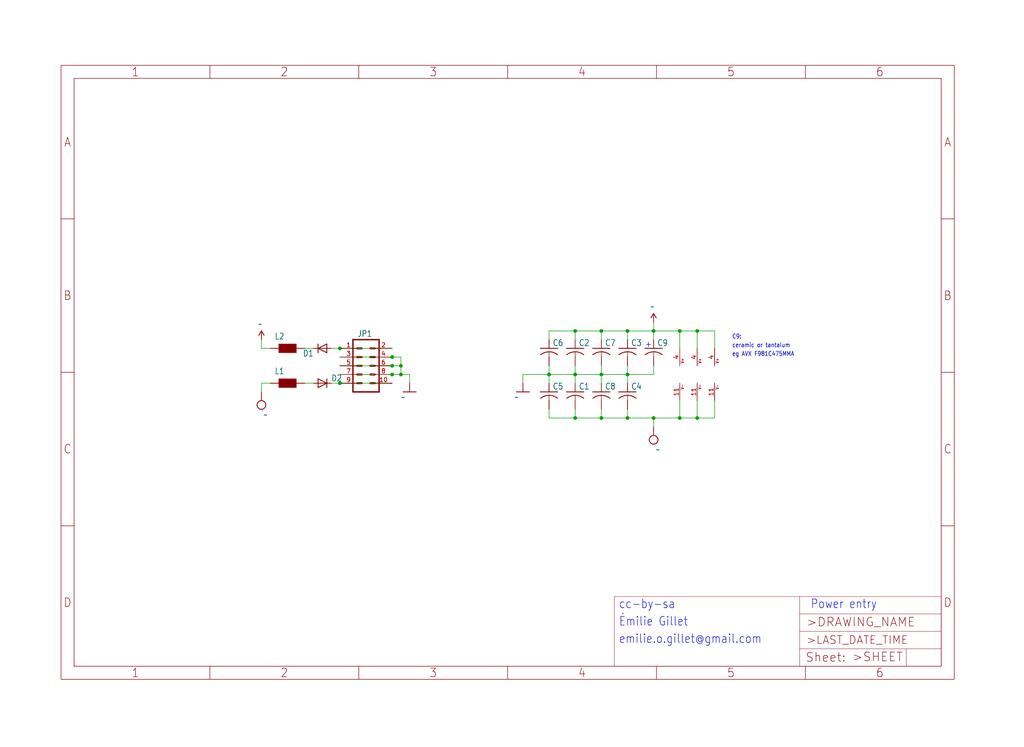
<source format=kicad_sch>
(kicad_sch (version 20211123) (generator eeschema)
  (paper "User" 298.45 217.881)
  (lib_symbols
    (symbol "kinks_v41-eagle-import:A4L-LOC"
      (symbol "A4L-LOC_0_0"
        (polyline (pts (xy 0 44.7675) (xy 3.81 44.7675)))
        (polyline (pts (xy 0 89.535) (xy 3.81 89.535)))
        (polyline (pts (xy 0 134.3025) (xy 3.81 134.3025)))
        (polyline (pts (xy 3.81 3.81) (xy 3.81 175.26)))
        (polyline (pts (xy 43.3917 0) (xy 43.3917 3.81)))
        (polyline (pts (xy 43.3917 175.26) (xy 43.3917 179.07)))
        (polyline (pts (xy 86.7833 0) (xy 86.7833 3.81)))
        (polyline (pts (xy 86.7833 175.26) (xy 86.7833 179.07)))
        (polyline (pts (xy 130.175 0) (xy 130.175 3.81)))
        (polyline (pts (xy 130.175 175.26) (xy 130.175 179.07)))
        (polyline (pts (xy 173.5667 0) (xy 173.5667 3.81)))
        (polyline (pts (xy 173.5667 175.26) (xy 173.5667 179.07)))
        (polyline (pts (xy 216.9583 0) (xy 216.9583 3.81)))
        (polyline (pts (xy 216.9583 175.26) (xy 216.9583 179.07)))
        (polyline (pts (xy 256.54 3.81) (xy 3.81 3.81)))
        (polyline (pts (xy 256.54 3.81) (xy 256.54 175.26)))
        (polyline (pts (xy 256.54 44.7675) (xy 260.35 44.7675)))
        (polyline (pts (xy 256.54 89.535) (xy 260.35 89.535)))
        (polyline (pts (xy 256.54 134.3025) (xy 260.35 134.3025)))
        (polyline (pts (xy 256.54 175.26) (xy 3.81 175.26)))
        (polyline (pts (xy 0 0) (xy 260.35 0) (xy 260.35 179.07) (xy 0 179.07) (xy 0 0)))
        (text "1" (at 21.6958 1.905 0) (effects (font (size 2.54 2.286))))
        (text "1" (at 21.6958 177.165 0) (effects (font (size 2.54 2.286))))
        (text "2" (at 65.0875 1.905 0) (effects (font (size 2.54 2.286))))
        (text "2" (at 65.0875 177.165 0) (effects (font (size 2.54 2.286))))
        (text "3" (at 108.4792 1.905 0) (effects (font (size 2.54 2.286))))
        (text "3" (at 108.4792 177.165 0) (effects (font (size 2.54 2.286))))
        (text "4" (at 151.8708 1.905 0) (effects (font (size 2.54 2.286))))
        (text "4" (at 151.8708 177.165 0) (effects (font (size 2.54 2.286))))
        (text "5" (at 195.2625 1.905 0) (effects (font (size 2.54 2.286))))
        (text "5" (at 195.2625 177.165 0) (effects (font (size 2.54 2.286))))
        (text "6" (at 238.6542 1.905 0) (effects (font (size 2.54 2.286))))
        (text "6" (at 238.6542 177.165 0) (effects (font (size 2.54 2.286))))
        (text "A" (at 1.905 156.6863 0) (effects (font (size 2.54 2.286))))
        (text "A" (at 258.445 156.6863 0) (effects (font (size 2.54 2.286))))
        (text "B" (at 1.905 111.9188 0) (effects (font (size 2.54 2.286))))
        (text "B" (at 258.445 111.9188 0) (effects (font (size 2.54 2.286))))
        (text "C" (at 1.905 67.1513 0) (effects (font (size 2.54 2.286))))
        (text "C" (at 258.445 67.1513 0) (effects (font (size 2.54 2.286))))
        (text "D" (at 1.905 22.3838 0) (effects (font (size 2.54 2.286))))
        (text "D" (at 258.445 22.3838 0) (effects (font (size 2.54 2.286))))
      )
      (symbol "A4L-LOC_1_0"
        (polyline (pts (xy 161.29 3.81) (xy 161.29 24.13)) (stroke (width 0.1016)))
        (polyline (pts (xy 161.29 24.13) (xy 215.265 24.13)) (stroke (width 0.1016)))
        (polyline (pts (xy 215.265 8.89) (xy 215.265 3.81)) (stroke (width 0.1016)))
        (polyline (pts (xy 215.265 8.89) (xy 215.265 13.97)) (stroke (width 0.1016)))
        (polyline (pts (xy 215.265 13.97) (xy 215.265 19.05)) (stroke (width 0.1016)))
        (polyline (pts (xy 215.265 13.97) (xy 256.54 13.97)) (stroke (width 0.1016)))
        (polyline (pts (xy 215.265 19.05) (xy 215.265 24.13)) (stroke (width 0.1016)))
        (polyline (pts (xy 215.265 19.05) (xy 256.54 19.05)) (stroke (width 0.1016)))
        (polyline (pts (xy 215.265 24.13) (xy 256.54 24.13)) (stroke (width 0.1016)))
        (polyline (pts (xy 246.38 3.81) (xy 246.38 8.89)) (stroke (width 0.1016)))
        (polyline (pts (xy 246.38 8.89) (xy 215.265 8.89)) (stroke (width 0.1016)))
        (polyline (pts (xy 246.38 8.89) (xy 256.54 8.89)) (stroke (width 0.1016)))
        (polyline (pts (xy 256.54 3.81) (xy 256.54 8.89)) (stroke (width 0.1016)))
        (polyline (pts (xy 256.54 8.89) (xy 256.54 13.97)) (stroke (width 0.1016)))
        (polyline (pts (xy 256.54 13.97) (xy 256.54 19.05)) (stroke (width 0.1016)))
        (polyline (pts (xy 256.54 19.05) (xy 256.54 24.13)) (stroke (width 0.1016)))
        (text ">DRAWING_NAME" (at 217.17 15.24 0) (effects (font (size 2.54 2.54)) (justify left bottom)))
        (text ">LAST_DATE_TIME" (at 217.17 10.16 0) (effects (font (size 2.286 2.286)) (justify left bottom)))
        (text ">SHEET" (at 230.505 5.08 0) (effects (font (size 2.54 2.54)) (justify left bottom)))
        (text "Sheet:" (at 216.916 4.953 0) (effects (font (size 2.54 2.54)) (justify left bottom)))
      )
    )
    (symbol "kinks_v41-eagle-import:C-USC0402"
      (property "Reference" "C" (at 1.016 0.635 0))
      (property "Value" "C-USC0402" (at 1.016 -4.191 0))
      (symbol "C-USC0402_1_0"
        (arc (start 0 -1.0161) (mid -1.302 -1.2303) (end -2.4668 -1.8504) (stroke (width 0.254)))
        (polyline (pts (xy -2.54 0) (xy 2.54 0)) (stroke (width 0.254)))
        (polyline (pts (xy 0 -1.016) (xy 0 -2.54)) (stroke (width 0.1524)))
        (arc (start 2.4892 -1.8542) (mid 1.3158 -1.2195) (end 0 -1) (stroke (width 0.254)))
        (pin passive line (at 0 2.54 270) (length 2.54) (name "1") (number "1"))
        (pin passive line (at 0 -5.08 90) (length 2.54) (name "2") (number "2"))
      )
    )
    (symbol "kinks_v41-eagle-import:C-USC0603"
      (property "Reference" "C" (at 1.016 0.635 0))
      (property "Value" "C-USC0603" (at 1.016 -4.191 0))
      (symbol "C-USC0603_1_0"
        (arc (start 0 -1.0161) (mid -1.302 -1.2303) (end -2.4668 -1.8504) (stroke (width 0.254)))
        (polyline (pts (xy -2.54 0) (xy 2.54 0)) (stroke (width 0.254)))
        (polyline (pts (xy 0 -1.016) (xy 0 -2.54)) (stroke (width 0.1524)))
        (arc (start 2.4892 -1.8542) (mid 1.3158 -1.2195) (end 0 -1) (stroke (width 0.254)))
        (pin passive line (at 0 2.54 270) (length 2.54) (name "1") (number "1"))
        (pin passive line (at 0 -5.08 90) (length 2.54) (name "2") (number "2"))
      )
    )
    (symbol "kinks_v41-eagle-import:C-USC0805"
      (property "Reference" "C" (at 1.016 0.635 0))
      (property "Value" "C-USC0805" (at 1.016 -4.191 0))
      (symbol "C-USC0805_1_0"
        (arc (start 0 -1.0161) (mid -1.302 -1.2303) (end -2.4668 -1.8504) (stroke (width 0.254)))
        (polyline (pts (xy -2.54 0) (xy 2.54 0)) (stroke (width 0.254)))
        (polyline (pts (xy 0 -1.016) (xy 0 -2.54)) (stroke (width 0.1524)))
        (arc (start 2.4892 -1.8542) (mid 1.3158 -1.2195) (end 0 -1) (stroke (width 0.254)))
        (pin passive line (at 0 2.54 270) (length 2.54) (name "1") (number "1"))
        (pin passive line (at 0 -5.08 90) (length 2.54) (name "2") (number "2"))
      )
    )
    (symbol "kinks_v41-eagle-import:DIODE-SOD523"
      (property "Reference" "D" (at 2.54 0.4826 0))
      (property "Value" "DIODE-SOD523" (at 2.54 -2.3114 0))
      (symbol "DIODE-SOD523_1_0"
        (polyline (pts (xy -1.27 -1.27) (xy 1.27 0)) (stroke (width 0.254)))
        (polyline (pts (xy -1.27 1.27) (xy -1.27 -1.27)) (stroke (width 0.254)))
        (polyline (pts (xy 1.27 0) (xy -1.27 1.27)) (stroke (width 0.254)))
        (polyline (pts (xy 1.27 0) (xy 1.27 -1.27)) (stroke (width 0.254)))
        (polyline (pts (xy 1.27 1.27) (xy 1.27 0)) (stroke (width 0.254)))
        (pin passive line (at -2.54 0 0) (length 2.54) (name "A") (number "A"))
        (pin passive line (at 2.54 0 180) (length 2.54) (name "C") (number "C"))
      )
    )
    (symbol "kinks_v41-eagle-import:GND" (power)
      (property "Value" "GND" (at -2.54 -2.54 0))
      (symbol "GND_1_0"
        (polyline (pts (xy -1.905 0) (xy 1.905 0)) (stroke (width 0.254)))
        (pin power_in line (at 0 2.54 270) (length 2.54) (name "GND") (number "1"))
      )
    )
    (symbol "kinks_v41-eagle-import:M05X2PTH"
      (property "Reference" "JP" (at -2.54 8.382 0))
      (property "Value" "M05X2PTH" (at -2.54 -10.16 0))
      (symbol "M05X2PTH_1_0"
        (polyline (pts (xy -3.81 7.62) (xy -3.81 -7.62)) (stroke (width 0.4064)))
        (polyline (pts (xy -3.81 7.62) (xy 3.81 7.62)) (stroke (width 0.4064)))
        (polyline (pts (xy -1.27 -5.08) (xy -2.54 -5.08)) (stroke (width 0.6096)))
        (polyline (pts (xy -1.27 -2.54) (xy -2.54 -2.54)) (stroke (width 0.6096)))
        (polyline (pts (xy -1.27 0) (xy -2.54 0)) (stroke (width 0.6096)))
        (polyline (pts (xy -1.27 2.54) (xy -2.54 2.54)) (stroke (width 0.6096)))
        (polyline (pts (xy -1.27 5.08) (xy -2.54 5.08)) (stroke (width 0.6096)))
        (polyline (pts (xy 1.27 -5.08) (xy 2.54 -5.08)) (stroke (width 0.6096)))
        (polyline (pts (xy 1.27 -2.54) (xy 2.54 -2.54)) (stroke (width 0.6096)))
        (polyline (pts (xy 1.27 0) (xy 2.54 0)) (stroke (width 0.6096)))
        (polyline (pts (xy 1.27 2.54) (xy 2.54 2.54)) (stroke (width 0.6096)))
        (polyline (pts (xy 1.27 5.08) (xy 2.54 5.08)) (stroke (width 0.6096)))
        (polyline (pts (xy 3.81 -7.62) (xy -3.81 -7.62)) (stroke (width 0.4064)))
        (polyline (pts (xy 3.81 -7.62) (xy 3.81 7.62)) (stroke (width 0.4064)))
        (pin passive line (at -7.62 5.08 0) (length 5.08) (name "1") (number "1"))
        (pin passive line (at 7.62 -5.08 180) (length 5.08) (name "10") (number "10"))
        (pin passive line (at 7.62 5.08 180) (length 5.08) (name "2") (number "2"))
        (pin passive line (at -7.62 2.54 0) (length 5.08) (name "3") (number "3"))
        (pin passive line (at 7.62 2.54 180) (length 5.08) (name "4") (number "4"))
        (pin passive line (at -7.62 0 0) (length 5.08) (name "5") (number "5"))
        (pin passive line (at 7.62 0 180) (length 5.08) (name "6") (number "6"))
        (pin passive line (at -7.62 -2.54 0) (length 5.08) (name "7") (number "7"))
        (pin passive line (at 7.62 -2.54 180) (length 5.08) (name "8") (number "8"))
        (pin passive line (at -7.62 -5.08 0) (length 5.08) (name "9") (number "9"))
      )
    )
    (symbol "kinks_v41-eagle-import:TL074PW"
      (symbol "TL074PW_1_0"
        (polyline (pts (xy -5.08 -5.08) (xy 5.08 0)) (stroke (width 0.4064)))
        (polyline (pts (xy -5.08 5.08) (xy -5.08 -5.08)) (stroke (width 0.4064)))
        (polyline (pts (xy -4.445 -2.54) (xy -3.175 -2.54)) (stroke (width 0.1524)))
        (polyline (pts (xy -4.445 2.54) (xy -3.175 2.54)) (stroke (width 0.1524)))
        (polyline (pts (xy -3.81 3.175) (xy -3.81 1.905)) (stroke (width 0.1524)))
        (polyline (pts (xy 5.08 0) (xy -5.08 5.08)) (stroke (width 0.4064)))
        (pin output line (at 7.62 0 180) (length 2.54) (name "OUT") (number "1"))
        (pin input line (at -7.62 -2.54 0) (length 2.54) (name "-IN") (number "2"))
        (pin input line (at -7.62 2.54 0) (length 2.54) (name "+IN") (number "3"))
      )
      (symbol "TL074PW_2_0"
        (polyline (pts (xy -5.08 -5.08) (xy 5.08 0)) (stroke (width 0.4064)))
        (polyline (pts (xy -5.08 5.08) (xy -5.08 -5.08)) (stroke (width 0.4064)))
        (polyline (pts (xy -4.445 -2.54) (xy -3.175 -2.54)) (stroke (width 0.1524)))
        (polyline (pts (xy -4.445 2.54) (xy -3.175 2.54)) (stroke (width 0.1524)))
        (polyline (pts (xy -3.81 3.175) (xy -3.81 1.905)) (stroke (width 0.1524)))
        (polyline (pts (xy 5.08 0) (xy -5.08 5.08)) (stroke (width 0.4064)))
        (pin input line (at -7.62 2.54 0) (length 2.54) (name "+IN") (number "5"))
        (pin input line (at -7.62 -2.54 0) (length 2.54) (name "-IN") (number "6"))
        (pin output line (at 7.62 0 180) (length 2.54) (name "OUT") (number "7"))
      )
      (symbol "TL074PW_3_0"
        (polyline (pts (xy -5.08 -5.08) (xy 5.08 0)) (stroke (width 0.4064)))
        (polyline (pts (xy -5.08 5.08) (xy -5.08 -5.08)) (stroke (width 0.4064)))
        (polyline (pts (xy -4.445 -2.54) (xy -3.175 -2.54)) (stroke (width 0.1524)))
        (polyline (pts (xy -4.445 2.54) (xy -3.175 2.54)) (stroke (width 0.1524)))
        (polyline (pts (xy -3.81 3.175) (xy -3.81 1.905)) (stroke (width 0.1524)))
        (polyline (pts (xy 5.08 0) (xy -5.08 5.08)) (stroke (width 0.4064)))
        (pin input line (at -7.62 2.54 0) (length 2.54) (name "+IN") (number "10"))
        (pin output line (at 7.62 0 180) (length 2.54) (name "OUT") (number "8"))
        (pin input line (at -7.62 -2.54 0) (length 2.54) (name "-IN") (number "9"))
      )
      (symbol "TL074PW_4_0"
        (polyline (pts (xy -5.08 -5.08) (xy 5.08 0)) (stroke (width 0.4064)))
        (polyline (pts (xy -5.08 5.08) (xy -5.08 -5.08)) (stroke (width 0.4064)))
        (polyline (pts (xy -4.445 -2.54) (xy -3.175 -2.54)) (stroke (width 0.1524)))
        (polyline (pts (xy -4.445 2.54) (xy -3.175 2.54)) (stroke (width 0.1524)))
        (polyline (pts (xy -3.81 3.175) (xy -3.81 1.905)) (stroke (width 0.1524)))
        (polyline (pts (xy 5.08 0) (xy -5.08 5.08)) (stroke (width 0.4064)))
        (pin input line (at -7.62 2.54 0) (length 2.54) (name "+IN") (number "12"))
        (pin input line (at -7.62 -2.54 0) (length 2.54) (name "-IN") (number "13"))
        (pin output line (at 7.62 0 180) (length 2.54) (name "OUT") (number "14"))
      )
      (symbol "TL074PW_5_0"
        (text "V+" (at 1.27 3.175 900) (effects (font (size 0.8128 0.6908)) (justify left bottom)))
        (text "V-" (at 1.27 -4.445 900) (effects (font (size 0.8128 0.6908)) (justify left bottom)))
        (pin power_in line (at 0 -7.62 90) (length 5.08) (name "V-") (number "11"))
        (pin power_in line (at 0 7.62 270) (length 5.08) (name "V+") (number "4"))
      )
    )
    (symbol "kinks_v41-eagle-import:VCC" (power)
      (property "Value" "VCC" (at -1.016 3.556 0))
      (symbol "VCC_1_0"
        (polyline (pts (xy 0 2.54) (xy -0.762 1.27)) (stroke (width 0.254)))
        (polyline (pts (xy 0.762 1.27) (xy 0 2.54)) (stroke (width 0.254)))
        (pin power_in line (at 0 0 90) (length 2.54) (name "VCC") (number "1"))
      )
    )
    (symbol "kinks_v41-eagle-import:VEE" (power)
      (property "Value" "VEE" (at -1.905 3.175 0))
      (symbol "VEE_1_0"
        (circle (center 0 1.27) (radius 1.27) (stroke (width 0.254)))
        (pin power_in line (at 0 -2.54 90) (length 2.54) (name "VEE") (number "1"))
      )
    )
    (symbol "kinks_v41-eagle-import:WE-CBF_0603"
      (property "Reference" "L" (at -3.81 5.08 0))
      (property "Value" "WE-CBF_0603" (at -3.81 -1.27 0))
      (symbol "WE-CBF_0603_1_0"
        (rectangle (start -2.54 1.27) (end 2.54 3.81) (fill (type outline)))
        (pin passive line (at -5.08 2.54 0) (length 2.54) (name "1") (number "1"))
        (pin passive line (at 5.08 2.54 180) (length 2.54) (name "2") (number "2"))
      )
    )
  )
  (junction (at 114.3 104.14))
  (junction (at 114.3 106.68))
  (junction (at 114.3 109.22))
  (junction (at 99.06 111.76))
  (junction (at 116.84 106.68))
  (junction (at 198.12 96.52))
  (junction (at 167.64 109.22))
  (junction (at 203.2 96.52))
  (junction (at 167.64 96.52))
  (junction (at 203.2 121.92))
  (junction (at 99.06 101.6))
  (junction (at 160.02 109.22))
  (junction (at 182.88 109.22))
  (junction (at 175.26 109.22))
  (junction (at 190.5 121.92))
  (junction (at 175.26 96.52))
  (junction (at 167.64 121.92))
  (junction (at 182.88 121.92))
  (junction (at 175.26 121.92))
  (junction (at 182.88 96.52))
  (junction (at 198.12 121.92))
  (junction (at 116.84 109.22))
  (junction (at 190.5 96.52))
  (wire (pts (xy 88.9 111.76) (xy 91.44 111.76)))
  (wire (pts (xy 175.26 96.52) (xy 167.64 96.52)))
  (wire (pts (xy 190.5 96.52) (xy 190.5 99.06)))
  (wire (pts (xy 175.26 121.92) (xy 167.64 121.92)))
  (wire (pts (xy 182.88 99.06) (xy 182.88 96.52)))
  (wire (pts (xy 160.02 119.38) (xy 160.02 121.92)))
  (wire (pts (xy 175.26 111.76) (xy 175.26 109.22)))
  (wire (pts (xy 190.5 121.92) (xy 198.12 121.92)))
  (wire (pts (xy 152.4 109.22) (xy 152.4 111.76)))
  (wire (pts (xy 99.06 101.6) (xy 114.3 101.6)))
  (wire (pts (xy 160.02 99.06) (xy 160.02 96.52)))
  (wire (pts (xy 182.88 96.52) (xy 190.5 96.52)))
  (wire (pts (xy 198.12 101.6) (xy 198.12 96.52)))
  (wire (pts (xy 198.12 96.52) (xy 190.5 96.52)))
  (wire (pts (xy 175.26 109.22) (xy 182.88 109.22)))
  (wire (pts (xy 175.26 99.06) (xy 175.26 96.52)))
  (wire (pts (xy 78.74 111.76) (xy 76.2 111.76)))
  (wire (pts (xy 152.4 109.22) (xy 160.02 109.22)))
  (wire (pts (xy 116.84 106.68) (xy 114.3 106.68)))
  (wire (pts (xy 190.5 124.46) (xy 190.5 121.92)))
  (wire (pts (xy 208.28 101.6) (xy 208.28 96.52)))
  (wire (pts (xy 78.74 101.6) (xy 76.2 101.6)))
  (wire (pts (xy 198.12 116.84) (xy 198.12 121.92)))
  (wire (pts (xy 167.64 106.68) (xy 167.64 109.22)))
  (wire (pts (xy 203.2 116.84) (xy 203.2 121.92)))
  (wire (pts (xy 182.88 121.92) (xy 190.5 121.92)))
  (wire (pts (xy 175.26 119.38) (xy 175.26 121.92)))
  (wire (pts (xy 160.02 111.76) (xy 160.02 109.22)))
  (wire (pts (xy 116.84 106.68) (xy 116.84 109.22)))
  (wire (pts (xy 76.2 111.76) (xy 76.2 114.3)))
  (wire (pts (xy 114.3 109.22) (xy 116.84 109.22)))
  (wire (pts (xy 160.02 109.22) (xy 167.64 109.22)))
  (wire (pts (xy 99.06 111.76) (xy 114.3 111.76)))
  (wire (pts (xy 190.5 106.68) (xy 190.5 109.22)))
  (wire (pts (xy 119.38 109.22) (xy 119.38 111.76)))
  (wire (pts (xy 167.64 119.38) (xy 167.64 121.92)))
  (wire (pts (xy 175.26 96.52) (xy 182.88 96.52)))
  (wire (pts (xy 182.88 109.22) (xy 182.88 106.68)))
  (wire (pts (xy 175.26 121.92) (xy 182.88 121.92)))
  (wire (pts (xy 96.52 111.76) (xy 99.06 111.76)))
  (wire (pts (xy 76.2 99.06) (xy 76.2 101.6)))
  (wire (pts (xy 198.12 121.92) (xy 203.2 121.92)))
  (wire (pts (xy 208.28 96.52) (xy 203.2 96.52)))
  (wire (pts (xy 175.26 106.68) (xy 175.26 109.22)))
  (wire (pts (xy 99.06 109.22) (xy 114.3 109.22)))
  (wire (pts (xy 91.44 101.6) (xy 88.9 101.6)))
  (wire (pts (xy 114.3 104.14) (xy 116.84 104.14)))
  (wire (pts (xy 167.64 109.22) (xy 175.26 109.22)))
  (wire (pts (xy 114.3 106.68) (xy 99.06 106.68)))
  (wire (pts (xy 182.88 119.38) (xy 182.88 121.92)))
  (wire (pts (xy 160.02 109.22) (xy 160.02 106.68)))
  (wire (pts (xy 167.64 96.52) (xy 167.64 99.06)))
  (wire (pts (xy 99.06 104.14) (xy 114.3 104.14)))
  (wire (pts (xy 203.2 96.52) (xy 198.12 96.52)))
  (wire (pts (xy 203.2 96.52) (xy 203.2 101.6)))
  (wire (pts (xy 208.28 116.84) (xy 208.28 121.92)))
  (wire (pts (xy 167.64 111.76) (xy 167.64 109.22)))
  (wire (pts (xy 116.84 109.22) (xy 119.38 109.22)))
  (wire (pts (xy 203.2 121.92) (xy 208.28 121.92)))
  (wire (pts (xy 96.52 101.6) (xy 99.06 101.6)))
  (wire (pts (xy 190.5 93.98) (xy 190.5 96.52)))
  (wire (pts (xy 160.02 96.52) (xy 167.64 96.52)))
  (wire (pts (xy 160.02 121.92) (xy 167.64 121.92)))
  (wire (pts (xy 116.84 104.14) (xy 116.84 106.68)))
  (wire (pts (xy 182.88 111.76) (xy 182.88 109.22)))
  (wire (pts (xy 190.5 109.22) (xy 182.88 109.22)))
  (text "eg AVX F981C475MMA" (at 213.36 104.14 180) (effects (font (size 1.27 1.0795)) (justify left bottom)))
  (text "C9:" (at 213.36 99.06 180) (effects (font (size 1.27 1.0795)) (justify left bottom)))
  (text "ceramic or tantalum" (at 213.36 101.6 180) (effects (font (size 1.27 1.0795)) (justify left bottom)))
  (text "emilie.o.gillet@gmail.com" (at 180.34 187.96 180) (effects (font (size 2.54 2.159)) (justify left bottom)))
  (text "Émilie Gillet" (at 180.34 182.88 180) (effects (font (size 2.54 2.159)) (justify left bottom)))
  (text "+" (at 187.96 101.6 180) (effects (font (size 1.778 1.5113)) (justify left bottom)))
  (text "Power entry" (at 236.22 177.8 180) (effects (font (size 2.54 2.159)) (justify left bottom)))
  (text "cc-by-sa" (at 180.34 177.8 180) (effects (font (size 2.54 2.159)) (justify left bottom)))
  (symbol (lib_id "kinks_v41-eagle-import:DIODE-SOD523") (at 93.98 111.76 0) (unit 1)
    (property "Reference" "D2" (at 96.52 111.2774 0) (effects (font (size 1.778 1.5113)) (justify left bottom)))
  )
  (symbol (lib_id "kinks_v41-eagle-import:GND") (at 119.38 114.3 0) (unit 1)
    (property "Reference" "#GND1" (effects hide))
  )
  (symbol (lib_id "kinks_v41-eagle-import:VEE") (at 190.5 127 180) (unit 1)
    (property "Reference" "#SUPPLY4" (effects hide))
  )
  (symbol (lib_id "kinks_v41-eagle-import:WE-CBF_0603") (at 83.82 104.14 0) (unit 1)
    (property "Reference" "L2" (at 80.01 99.06 0) (effects (font (size 1.778 1.5113)) (justify left bottom)))
  )
  (symbol (lib_id "kinks_v41-eagle-import:A4L-LOC") (at 17.78 198.12 0) (unit 1)
    (property "Reference" "#FRAME8" (effects hide))
  )
  (symbol (lib_id "kinks_v41-eagle-import:C-USC0805") (at 167.64 114.3 0) (unit 1)
    (property "Reference" "C1" (at 168.656 113.665 0) (effects (font (size 1.778 1.5113)) (justify left bottom)))
  )
  (symbol (lib_id "kinks_v41-eagle-import:C-USC0603") (at 190.5 101.6 0) (unit 1)
    (property "Reference" "C9" (at 191.516 100.965 0) (effects (font (size 1.778 1.5113)) (justify left bottom)))
  )
  (symbol (lib_id "kinks_v41-eagle-import:TL074PW") (at 198.12 109.22 0) (unit 5)
    (property "Reference" "IC1" (effects hide))
  )
  (symbol (lib_id "kinks_v41-eagle-import:TL074PW") (at 203.2 109.22 0) (unit 5)
    (property "Reference" "IC3" (effects hide))
  )
  (symbol (lib_id "kinks_v41-eagle-import:VCC") (at 76.2 99.06 0) (unit 1)
    (property "Reference" "#P+1" (effects hide))
  )
  (symbol (lib_id "kinks_v41-eagle-import:C-USC0805") (at 160.02 101.6 0) (unit 1)
    (property "Reference" "C6" (at 161.036 100.965 0) (effects (font (size 1.778 1.5113)) (justify left bottom)))
  )
  (symbol (lib_id "kinks_v41-eagle-import:C-USC0805") (at 167.64 101.6 0) (unit 1)
    (property "Reference" "C2" (at 168.656 100.965 0) (effects (font (size 1.778 1.5113)) (justify left bottom)))
  )
  (symbol (lib_id "kinks_v41-eagle-import:VCC") (at 190.5 93.98 0) (unit 1)
    (property "Reference" "#P+5" (effects hide))
  )
  (symbol (lib_id "kinks_v41-eagle-import:WE-CBF_0603") (at 83.82 114.3 0) (unit 1)
    (property "Reference" "L1" (at 80.01 109.22 0) (effects (font (size 1.778 1.5113)) (justify left bottom)))
  )
  (symbol (lib_id "kinks_v41-eagle-import:C-USC0402") (at 182.88 101.6 0) (unit 1)
    (property "Reference" "C3" (at 183.896 100.965 0) (effects (font (size 1.778 1.5113)) (justify left bottom)))
  )
  (symbol (lib_id "kinks_v41-eagle-import:VEE") (at 76.2 116.84 180) (unit 1)
    (property "Reference" "#SUPPLY1" (effects hide))
  )
  (symbol (lib_id "kinks_v41-eagle-import:TL074PW") (at 208.28 109.22 0) (unit 5)
    (property "Reference" "IC4" (effects hide))
  )
  (symbol (lib_id "kinks_v41-eagle-import:C-USC0402") (at 175.26 101.6 0) (unit 1)
    (property "Reference" "C7" (at 176.276 100.965 0) (effects (font (size 1.778 1.5113)) (justify left bottom)))
  )
  (symbol (lib_id "kinks_v41-eagle-import:C-USC0402") (at 182.88 114.3 0) (unit 1)
    (property "Reference" "C4" (at 183.896 113.665 0) (effects (font (size 1.778 1.5113)) (justify left bottom)))
  )
  (symbol (lib_id "kinks_v41-eagle-import:C-USC0805") (at 160.02 114.3 0) (unit 1)
    (property "Reference" "C5" (at 161.036 113.665 0) (effects (font (size 1.778 1.5113)) (justify left bottom)))
  )
  (symbol (lib_id "kinks_v41-eagle-import:DIODE-SOD523") (at 93.98 101.6 180) (unit 1)
    (property "Reference" "D1" (at 91.44 102.0826 0) (effects (font (size 1.778 1.5113)) (justify left bottom)))
  )
  (symbol (lib_id "kinks_v41-eagle-import:C-USC0402") (at 175.26 114.3 0) (unit 1)
    (property "Reference" "C8" (at 176.276 113.665 0) (effects (font (size 1.778 1.5113)) (justify left bottom)))
  )
  (symbol (lib_id "kinks_v41-eagle-import:GND") (at 152.4 114.3 0) (unit 1)
    (property "Reference" "#GND26" (effects hide))
  )
  (symbol (lib_id "kinks_v41-eagle-import:M05X2PTH") (at 106.68 106.68 0) (unit 1)
    (property "Reference" "JP1" (at 104.14 98.298 0) (effects (font (size 1.778 1.5113)) (justify left bottom)))
  )
)
</source>
